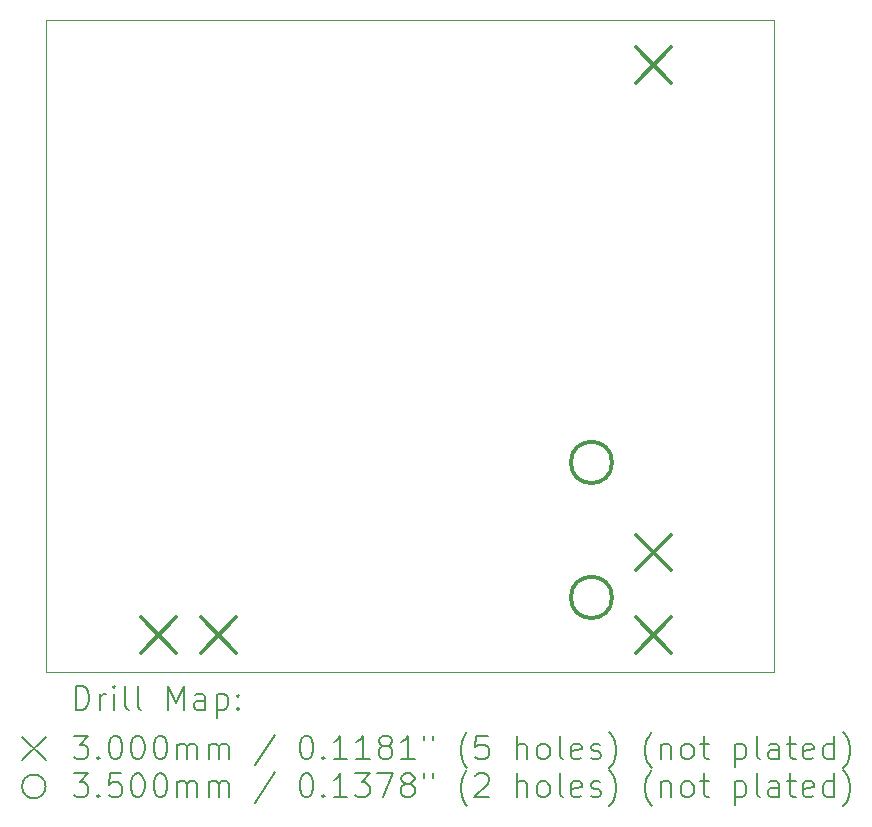
<source format=gbr>
%FSLAX45Y45*%
G04 Gerber Fmt 4.5, Leading zero omitted, Abs format (unit mm)*
G04 Created by KiCad (PCBNEW (6.0.2)) date 2022-02-22 23:30:32*
%MOMM*%
%LPD*%
G01*
G04 APERTURE LIST*
%TA.AperFunction,Profile*%
%ADD10C,0.100000*%
%TD*%
%ADD11C,0.200000*%
%ADD12C,0.300000*%
%ADD13C,0.350000*%
G04 APERTURE END LIST*
D10*
X15748000Y-7175500D02*
X21907500Y-7175500D01*
X15748000Y-1651000D02*
X15748000Y-7175500D01*
X21907500Y-1651000D02*
X15748000Y-1651000D01*
X21907500Y-7175500D02*
X21907500Y-1651000D01*
D11*
D12*
X16550500Y-6708000D02*
X16850500Y-7008000D01*
X16850500Y-6708000D02*
X16550500Y-7008000D01*
X17058500Y-6708000D02*
X17358500Y-7008000D01*
X17358500Y-6708000D02*
X17058500Y-7008000D01*
X20741500Y-1882000D02*
X21041500Y-2182000D01*
X21041500Y-1882000D02*
X20741500Y-2182000D01*
X20741500Y-6009500D02*
X21041500Y-6309500D01*
X21041500Y-6009500D02*
X20741500Y-6309500D01*
X20741500Y-6708000D02*
X21041500Y-7008000D01*
X21041500Y-6708000D02*
X20741500Y-7008000D01*
D13*
X20539500Y-5397500D02*
G75*
G03*
X20539500Y-5397500I-175000J0D01*
G01*
X20539500Y-6540500D02*
G75*
G03*
X20539500Y-6540500I-175000J0D01*
G01*
D11*
X16000619Y-7490976D02*
X16000619Y-7290976D01*
X16048238Y-7290976D01*
X16076809Y-7300500D01*
X16095857Y-7319548D01*
X16105381Y-7338595D01*
X16114905Y-7376690D01*
X16114905Y-7405262D01*
X16105381Y-7443357D01*
X16095857Y-7462405D01*
X16076809Y-7481452D01*
X16048238Y-7490976D01*
X16000619Y-7490976D01*
X16200619Y-7490976D02*
X16200619Y-7357643D01*
X16200619Y-7395738D02*
X16210143Y-7376690D01*
X16219667Y-7367167D01*
X16238714Y-7357643D01*
X16257762Y-7357643D01*
X16324428Y-7490976D02*
X16324428Y-7357643D01*
X16324428Y-7290976D02*
X16314905Y-7300500D01*
X16324428Y-7310024D01*
X16333952Y-7300500D01*
X16324428Y-7290976D01*
X16324428Y-7310024D01*
X16448238Y-7490976D02*
X16429190Y-7481452D01*
X16419667Y-7462405D01*
X16419667Y-7290976D01*
X16553000Y-7490976D02*
X16533952Y-7481452D01*
X16524428Y-7462405D01*
X16524428Y-7290976D01*
X16781571Y-7490976D02*
X16781571Y-7290976D01*
X16848238Y-7433833D01*
X16914905Y-7290976D01*
X16914905Y-7490976D01*
X17095857Y-7490976D02*
X17095857Y-7386214D01*
X17086333Y-7367167D01*
X17067286Y-7357643D01*
X17029190Y-7357643D01*
X17010143Y-7367167D01*
X17095857Y-7481452D02*
X17076810Y-7490976D01*
X17029190Y-7490976D01*
X17010143Y-7481452D01*
X17000619Y-7462405D01*
X17000619Y-7443357D01*
X17010143Y-7424309D01*
X17029190Y-7414786D01*
X17076810Y-7414786D01*
X17095857Y-7405262D01*
X17191095Y-7357643D02*
X17191095Y-7557643D01*
X17191095Y-7367167D02*
X17210143Y-7357643D01*
X17248238Y-7357643D01*
X17267286Y-7367167D01*
X17276810Y-7376690D01*
X17286333Y-7395738D01*
X17286333Y-7452881D01*
X17276810Y-7471928D01*
X17267286Y-7481452D01*
X17248238Y-7490976D01*
X17210143Y-7490976D01*
X17191095Y-7481452D01*
X17372048Y-7471928D02*
X17381571Y-7481452D01*
X17372048Y-7490976D01*
X17362524Y-7481452D01*
X17372048Y-7471928D01*
X17372048Y-7490976D01*
X17372048Y-7367167D02*
X17381571Y-7376690D01*
X17372048Y-7386214D01*
X17362524Y-7376690D01*
X17372048Y-7367167D01*
X17372048Y-7386214D01*
X15543000Y-7720500D02*
X15743000Y-7920500D01*
X15743000Y-7720500D02*
X15543000Y-7920500D01*
X15981571Y-7710976D02*
X16105381Y-7710976D01*
X16038714Y-7787167D01*
X16067286Y-7787167D01*
X16086333Y-7796690D01*
X16095857Y-7806214D01*
X16105381Y-7825262D01*
X16105381Y-7872881D01*
X16095857Y-7891928D01*
X16086333Y-7901452D01*
X16067286Y-7910976D01*
X16010143Y-7910976D01*
X15991095Y-7901452D01*
X15981571Y-7891928D01*
X16191095Y-7891928D02*
X16200619Y-7901452D01*
X16191095Y-7910976D01*
X16181571Y-7901452D01*
X16191095Y-7891928D01*
X16191095Y-7910976D01*
X16324428Y-7710976D02*
X16343476Y-7710976D01*
X16362524Y-7720500D01*
X16372048Y-7730024D01*
X16381571Y-7749071D01*
X16391095Y-7787167D01*
X16391095Y-7834786D01*
X16381571Y-7872881D01*
X16372048Y-7891928D01*
X16362524Y-7901452D01*
X16343476Y-7910976D01*
X16324428Y-7910976D01*
X16305381Y-7901452D01*
X16295857Y-7891928D01*
X16286333Y-7872881D01*
X16276809Y-7834786D01*
X16276809Y-7787167D01*
X16286333Y-7749071D01*
X16295857Y-7730024D01*
X16305381Y-7720500D01*
X16324428Y-7710976D01*
X16514905Y-7710976D02*
X16533952Y-7710976D01*
X16553000Y-7720500D01*
X16562524Y-7730024D01*
X16572048Y-7749071D01*
X16581571Y-7787167D01*
X16581571Y-7834786D01*
X16572048Y-7872881D01*
X16562524Y-7891928D01*
X16553000Y-7901452D01*
X16533952Y-7910976D01*
X16514905Y-7910976D01*
X16495857Y-7901452D01*
X16486333Y-7891928D01*
X16476809Y-7872881D01*
X16467286Y-7834786D01*
X16467286Y-7787167D01*
X16476809Y-7749071D01*
X16486333Y-7730024D01*
X16495857Y-7720500D01*
X16514905Y-7710976D01*
X16705381Y-7710976D02*
X16724428Y-7710976D01*
X16743476Y-7720500D01*
X16753000Y-7730024D01*
X16762524Y-7749071D01*
X16772048Y-7787167D01*
X16772048Y-7834786D01*
X16762524Y-7872881D01*
X16753000Y-7891928D01*
X16743476Y-7901452D01*
X16724428Y-7910976D01*
X16705381Y-7910976D01*
X16686333Y-7901452D01*
X16676809Y-7891928D01*
X16667286Y-7872881D01*
X16657762Y-7834786D01*
X16657762Y-7787167D01*
X16667286Y-7749071D01*
X16676809Y-7730024D01*
X16686333Y-7720500D01*
X16705381Y-7710976D01*
X16857762Y-7910976D02*
X16857762Y-7777643D01*
X16857762Y-7796690D02*
X16867286Y-7787167D01*
X16886333Y-7777643D01*
X16914905Y-7777643D01*
X16933952Y-7787167D01*
X16943476Y-7806214D01*
X16943476Y-7910976D01*
X16943476Y-7806214D02*
X16953000Y-7787167D01*
X16972048Y-7777643D01*
X17000619Y-7777643D01*
X17019667Y-7787167D01*
X17029190Y-7806214D01*
X17029190Y-7910976D01*
X17124429Y-7910976D02*
X17124429Y-7777643D01*
X17124429Y-7796690D02*
X17133952Y-7787167D01*
X17153000Y-7777643D01*
X17181571Y-7777643D01*
X17200619Y-7787167D01*
X17210143Y-7806214D01*
X17210143Y-7910976D01*
X17210143Y-7806214D02*
X17219667Y-7787167D01*
X17238714Y-7777643D01*
X17267286Y-7777643D01*
X17286333Y-7787167D01*
X17295857Y-7806214D01*
X17295857Y-7910976D01*
X17686333Y-7701452D02*
X17514905Y-7958595D01*
X17943476Y-7710976D02*
X17962524Y-7710976D01*
X17981571Y-7720500D01*
X17991095Y-7730024D01*
X18000619Y-7749071D01*
X18010143Y-7787167D01*
X18010143Y-7834786D01*
X18000619Y-7872881D01*
X17991095Y-7891928D01*
X17981571Y-7901452D01*
X17962524Y-7910976D01*
X17943476Y-7910976D01*
X17924429Y-7901452D01*
X17914905Y-7891928D01*
X17905381Y-7872881D01*
X17895857Y-7834786D01*
X17895857Y-7787167D01*
X17905381Y-7749071D01*
X17914905Y-7730024D01*
X17924429Y-7720500D01*
X17943476Y-7710976D01*
X18095857Y-7891928D02*
X18105381Y-7901452D01*
X18095857Y-7910976D01*
X18086333Y-7901452D01*
X18095857Y-7891928D01*
X18095857Y-7910976D01*
X18295857Y-7910976D02*
X18181571Y-7910976D01*
X18238714Y-7910976D02*
X18238714Y-7710976D01*
X18219667Y-7739548D01*
X18200619Y-7758595D01*
X18181571Y-7768119D01*
X18486333Y-7910976D02*
X18372048Y-7910976D01*
X18429190Y-7910976D02*
X18429190Y-7710976D01*
X18410143Y-7739548D01*
X18391095Y-7758595D01*
X18372048Y-7768119D01*
X18600619Y-7796690D02*
X18581571Y-7787167D01*
X18572048Y-7777643D01*
X18562524Y-7758595D01*
X18562524Y-7749071D01*
X18572048Y-7730024D01*
X18581571Y-7720500D01*
X18600619Y-7710976D01*
X18638714Y-7710976D01*
X18657762Y-7720500D01*
X18667286Y-7730024D01*
X18676810Y-7749071D01*
X18676810Y-7758595D01*
X18667286Y-7777643D01*
X18657762Y-7787167D01*
X18638714Y-7796690D01*
X18600619Y-7796690D01*
X18581571Y-7806214D01*
X18572048Y-7815738D01*
X18562524Y-7834786D01*
X18562524Y-7872881D01*
X18572048Y-7891928D01*
X18581571Y-7901452D01*
X18600619Y-7910976D01*
X18638714Y-7910976D01*
X18657762Y-7901452D01*
X18667286Y-7891928D01*
X18676810Y-7872881D01*
X18676810Y-7834786D01*
X18667286Y-7815738D01*
X18657762Y-7806214D01*
X18638714Y-7796690D01*
X18867286Y-7910976D02*
X18753000Y-7910976D01*
X18810143Y-7910976D02*
X18810143Y-7710976D01*
X18791095Y-7739548D01*
X18772048Y-7758595D01*
X18753000Y-7768119D01*
X18943476Y-7710976D02*
X18943476Y-7749071D01*
X19019667Y-7710976D02*
X19019667Y-7749071D01*
X19314905Y-7987167D02*
X19305381Y-7977643D01*
X19286333Y-7949071D01*
X19276810Y-7930024D01*
X19267286Y-7901452D01*
X19257762Y-7853833D01*
X19257762Y-7815738D01*
X19267286Y-7768119D01*
X19276810Y-7739548D01*
X19286333Y-7720500D01*
X19305381Y-7691928D01*
X19314905Y-7682405D01*
X19486333Y-7710976D02*
X19391095Y-7710976D01*
X19381571Y-7806214D01*
X19391095Y-7796690D01*
X19410143Y-7787167D01*
X19457762Y-7787167D01*
X19476810Y-7796690D01*
X19486333Y-7806214D01*
X19495857Y-7825262D01*
X19495857Y-7872881D01*
X19486333Y-7891928D01*
X19476810Y-7901452D01*
X19457762Y-7910976D01*
X19410143Y-7910976D01*
X19391095Y-7901452D01*
X19381571Y-7891928D01*
X19733952Y-7910976D02*
X19733952Y-7710976D01*
X19819667Y-7910976D02*
X19819667Y-7806214D01*
X19810143Y-7787167D01*
X19791095Y-7777643D01*
X19762524Y-7777643D01*
X19743476Y-7787167D01*
X19733952Y-7796690D01*
X19943476Y-7910976D02*
X19924429Y-7901452D01*
X19914905Y-7891928D01*
X19905381Y-7872881D01*
X19905381Y-7815738D01*
X19914905Y-7796690D01*
X19924429Y-7787167D01*
X19943476Y-7777643D01*
X19972048Y-7777643D01*
X19991095Y-7787167D01*
X20000619Y-7796690D01*
X20010143Y-7815738D01*
X20010143Y-7872881D01*
X20000619Y-7891928D01*
X19991095Y-7901452D01*
X19972048Y-7910976D01*
X19943476Y-7910976D01*
X20124429Y-7910976D02*
X20105381Y-7901452D01*
X20095857Y-7882405D01*
X20095857Y-7710976D01*
X20276810Y-7901452D02*
X20257762Y-7910976D01*
X20219667Y-7910976D01*
X20200619Y-7901452D01*
X20191095Y-7882405D01*
X20191095Y-7806214D01*
X20200619Y-7787167D01*
X20219667Y-7777643D01*
X20257762Y-7777643D01*
X20276810Y-7787167D01*
X20286333Y-7806214D01*
X20286333Y-7825262D01*
X20191095Y-7844309D01*
X20362524Y-7901452D02*
X20381571Y-7910976D01*
X20419667Y-7910976D01*
X20438714Y-7901452D01*
X20448238Y-7882405D01*
X20448238Y-7872881D01*
X20438714Y-7853833D01*
X20419667Y-7844309D01*
X20391095Y-7844309D01*
X20372048Y-7834786D01*
X20362524Y-7815738D01*
X20362524Y-7806214D01*
X20372048Y-7787167D01*
X20391095Y-7777643D01*
X20419667Y-7777643D01*
X20438714Y-7787167D01*
X20514905Y-7987167D02*
X20524429Y-7977643D01*
X20543476Y-7949071D01*
X20553000Y-7930024D01*
X20562524Y-7901452D01*
X20572048Y-7853833D01*
X20572048Y-7815738D01*
X20562524Y-7768119D01*
X20553000Y-7739548D01*
X20543476Y-7720500D01*
X20524429Y-7691928D01*
X20514905Y-7682405D01*
X20876810Y-7987167D02*
X20867286Y-7977643D01*
X20848238Y-7949071D01*
X20838714Y-7930024D01*
X20829190Y-7901452D01*
X20819667Y-7853833D01*
X20819667Y-7815738D01*
X20829190Y-7768119D01*
X20838714Y-7739548D01*
X20848238Y-7720500D01*
X20867286Y-7691928D01*
X20876810Y-7682405D01*
X20953000Y-7777643D02*
X20953000Y-7910976D01*
X20953000Y-7796690D02*
X20962524Y-7787167D01*
X20981571Y-7777643D01*
X21010143Y-7777643D01*
X21029190Y-7787167D01*
X21038714Y-7806214D01*
X21038714Y-7910976D01*
X21162524Y-7910976D02*
X21143476Y-7901452D01*
X21133952Y-7891928D01*
X21124429Y-7872881D01*
X21124429Y-7815738D01*
X21133952Y-7796690D01*
X21143476Y-7787167D01*
X21162524Y-7777643D01*
X21191095Y-7777643D01*
X21210143Y-7787167D01*
X21219667Y-7796690D01*
X21229190Y-7815738D01*
X21229190Y-7872881D01*
X21219667Y-7891928D01*
X21210143Y-7901452D01*
X21191095Y-7910976D01*
X21162524Y-7910976D01*
X21286333Y-7777643D02*
X21362524Y-7777643D01*
X21314905Y-7710976D02*
X21314905Y-7882405D01*
X21324429Y-7901452D01*
X21343476Y-7910976D01*
X21362524Y-7910976D01*
X21581571Y-7777643D02*
X21581571Y-7977643D01*
X21581571Y-7787167D02*
X21600619Y-7777643D01*
X21638714Y-7777643D01*
X21657762Y-7787167D01*
X21667286Y-7796690D01*
X21676810Y-7815738D01*
X21676810Y-7872881D01*
X21667286Y-7891928D01*
X21657762Y-7901452D01*
X21638714Y-7910976D01*
X21600619Y-7910976D01*
X21581571Y-7901452D01*
X21791095Y-7910976D02*
X21772048Y-7901452D01*
X21762524Y-7882405D01*
X21762524Y-7710976D01*
X21953000Y-7910976D02*
X21953000Y-7806214D01*
X21943476Y-7787167D01*
X21924429Y-7777643D01*
X21886333Y-7777643D01*
X21867286Y-7787167D01*
X21953000Y-7901452D02*
X21933952Y-7910976D01*
X21886333Y-7910976D01*
X21867286Y-7901452D01*
X21857762Y-7882405D01*
X21857762Y-7863357D01*
X21867286Y-7844309D01*
X21886333Y-7834786D01*
X21933952Y-7834786D01*
X21953000Y-7825262D01*
X22019667Y-7777643D02*
X22095857Y-7777643D01*
X22048238Y-7710976D02*
X22048238Y-7882405D01*
X22057762Y-7901452D01*
X22076810Y-7910976D01*
X22095857Y-7910976D01*
X22238714Y-7901452D02*
X22219667Y-7910976D01*
X22181571Y-7910976D01*
X22162524Y-7901452D01*
X22153000Y-7882405D01*
X22153000Y-7806214D01*
X22162524Y-7787167D01*
X22181571Y-7777643D01*
X22219667Y-7777643D01*
X22238714Y-7787167D01*
X22248238Y-7806214D01*
X22248238Y-7825262D01*
X22153000Y-7844309D01*
X22419667Y-7910976D02*
X22419667Y-7710976D01*
X22419667Y-7901452D02*
X22400619Y-7910976D01*
X22362524Y-7910976D01*
X22343476Y-7901452D01*
X22333952Y-7891928D01*
X22324429Y-7872881D01*
X22324429Y-7815738D01*
X22333952Y-7796690D01*
X22343476Y-7787167D01*
X22362524Y-7777643D01*
X22400619Y-7777643D01*
X22419667Y-7787167D01*
X22495857Y-7987167D02*
X22505381Y-7977643D01*
X22524428Y-7949071D01*
X22533952Y-7930024D01*
X22543476Y-7901452D01*
X22553000Y-7853833D01*
X22553000Y-7815738D01*
X22543476Y-7768119D01*
X22533952Y-7739548D01*
X22524428Y-7720500D01*
X22505381Y-7691928D01*
X22495857Y-7682405D01*
X15743000Y-8140500D02*
G75*
G03*
X15743000Y-8140500I-100000J0D01*
G01*
X15981571Y-8030976D02*
X16105381Y-8030976D01*
X16038714Y-8107167D01*
X16067286Y-8107167D01*
X16086333Y-8116690D01*
X16095857Y-8126214D01*
X16105381Y-8145262D01*
X16105381Y-8192881D01*
X16095857Y-8211928D01*
X16086333Y-8221452D01*
X16067286Y-8230976D01*
X16010143Y-8230976D01*
X15991095Y-8221452D01*
X15981571Y-8211928D01*
X16191095Y-8211928D02*
X16200619Y-8221452D01*
X16191095Y-8230976D01*
X16181571Y-8221452D01*
X16191095Y-8211928D01*
X16191095Y-8230976D01*
X16381571Y-8030976D02*
X16286333Y-8030976D01*
X16276809Y-8126214D01*
X16286333Y-8116690D01*
X16305381Y-8107167D01*
X16353000Y-8107167D01*
X16372048Y-8116690D01*
X16381571Y-8126214D01*
X16391095Y-8145262D01*
X16391095Y-8192881D01*
X16381571Y-8211928D01*
X16372048Y-8221452D01*
X16353000Y-8230976D01*
X16305381Y-8230976D01*
X16286333Y-8221452D01*
X16276809Y-8211928D01*
X16514905Y-8030976D02*
X16533952Y-8030976D01*
X16553000Y-8040500D01*
X16562524Y-8050024D01*
X16572048Y-8069071D01*
X16581571Y-8107167D01*
X16581571Y-8154786D01*
X16572048Y-8192881D01*
X16562524Y-8211928D01*
X16553000Y-8221452D01*
X16533952Y-8230976D01*
X16514905Y-8230976D01*
X16495857Y-8221452D01*
X16486333Y-8211928D01*
X16476809Y-8192881D01*
X16467286Y-8154786D01*
X16467286Y-8107167D01*
X16476809Y-8069071D01*
X16486333Y-8050024D01*
X16495857Y-8040500D01*
X16514905Y-8030976D01*
X16705381Y-8030976D02*
X16724428Y-8030976D01*
X16743476Y-8040500D01*
X16753000Y-8050024D01*
X16762524Y-8069071D01*
X16772048Y-8107167D01*
X16772048Y-8154786D01*
X16762524Y-8192881D01*
X16753000Y-8211928D01*
X16743476Y-8221452D01*
X16724428Y-8230976D01*
X16705381Y-8230976D01*
X16686333Y-8221452D01*
X16676809Y-8211928D01*
X16667286Y-8192881D01*
X16657762Y-8154786D01*
X16657762Y-8107167D01*
X16667286Y-8069071D01*
X16676809Y-8050024D01*
X16686333Y-8040500D01*
X16705381Y-8030976D01*
X16857762Y-8230976D02*
X16857762Y-8097643D01*
X16857762Y-8116690D02*
X16867286Y-8107167D01*
X16886333Y-8097643D01*
X16914905Y-8097643D01*
X16933952Y-8107167D01*
X16943476Y-8126214D01*
X16943476Y-8230976D01*
X16943476Y-8126214D02*
X16953000Y-8107167D01*
X16972048Y-8097643D01*
X17000619Y-8097643D01*
X17019667Y-8107167D01*
X17029190Y-8126214D01*
X17029190Y-8230976D01*
X17124429Y-8230976D02*
X17124429Y-8097643D01*
X17124429Y-8116690D02*
X17133952Y-8107167D01*
X17153000Y-8097643D01*
X17181571Y-8097643D01*
X17200619Y-8107167D01*
X17210143Y-8126214D01*
X17210143Y-8230976D01*
X17210143Y-8126214D02*
X17219667Y-8107167D01*
X17238714Y-8097643D01*
X17267286Y-8097643D01*
X17286333Y-8107167D01*
X17295857Y-8126214D01*
X17295857Y-8230976D01*
X17686333Y-8021452D02*
X17514905Y-8278595D01*
X17943476Y-8030976D02*
X17962524Y-8030976D01*
X17981571Y-8040500D01*
X17991095Y-8050024D01*
X18000619Y-8069071D01*
X18010143Y-8107167D01*
X18010143Y-8154786D01*
X18000619Y-8192881D01*
X17991095Y-8211928D01*
X17981571Y-8221452D01*
X17962524Y-8230976D01*
X17943476Y-8230976D01*
X17924429Y-8221452D01*
X17914905Y-8211928D01*
X17905381Y-8192881D01*
X17895857Y-8154786D01*
X17895857Y-8107167D01*
X17905381Y-8069071D01*
X17914905Y-8050024D01*
X17924429Y-8040500D01*
X17943476Y-8030976D01*
X18095857Y-8211928D02*
X18105381Y-8221452D01*
X18095857Y-8230976D01*
X18086333Y-8221452D01*
X18095857Y-8211928D01*
X18095857Y-8230976D01*
X18295857Y-8230976D02*
X18181571Y-8230976D01*
X18238714Y-8230976D02*
X18238714Y-8030976D01*
X18219667Y-8059548D01*
X18200619Y-8078595D01*
X18181571Y-8088119D01*
X18362524Y-8030976D02*
X18486333Y-8030976D01*
X18419667Y-8107167D01*
X18448238Y-8107167D01*
X18467286Y-8116690D01*
X18476810Y-8126214D01*
X18486333Y-8145262D01*
X18486333Y-8192881D01*
X18476810Y-8211928D01*
X18467286Y-8221452D01*
X18448238Y-8230976D01*
X18391095Y-8230976D01*
X18372048Y-8221452D01*
X18362524Y-8211928D01*
X18553000Y-8030976D02*
X18686333Y-8030976D01*
X18600619Y-8230976D01*
X18791095Y-8116690D02*
X18772048Y-8107167D01*
X18762524Y-8097643D01*
X18753000Y-8078595D01*
X18753000Y-8069071D01*
X18762524Y-8050024D01*
X18772048Y-8040500D01*
X18791095Y-8030976D01*
X18829190Y-8030976D01*
X18848238Y-8040500D01*
X18857762Y-8050024D01*
X18867286Y-8069071D01*
X18867286Y-8078595D01*
X18857762Y-8097643D01*
X18848238Y-8107167D01*
X18829190Y-8116690D01*
X18791095Y-8116690D01*
X18772048Y-8126214D01*
X18762524Y-8135738D01*
X18753000Y-8154786D01*
X18753000Y-8192881D01*
X18762524Y-8211928D01*
X18772048Y-8221452D01*
X18791095Y-8230976D01*
X18829190Y-8230976D01*
X18848238Y-8221452D01*
X18857762Y-8211928D01*
X18867286Y-8192881D01*
X18867286Y-8154786D01*
X18857762Y-8135738D01*
X18848238Y-8126214D01*
X18829190Y-8116690D01*
X18943476Y-8030976D02*
X18943476Y-8069071D01*
X19019667Y-8030976D02*
X19019667Y-8069071D01*
X19314905Y-8307167D02*
X19305381Y-8297643D01*
X19286333Y-8269071D01*
X19276810Y-8250024D01*
X19267286Y-8221452D01*
X19257762Y-8173833D01*
X19257762Y-8135738D01*
X19267286Y-8088119D01*
X19276810Y-8059548D01*
X19286333Y-8040500D01*
X19305381Y-8011928D01*
X19314905Y-8002405D01*
X19381571Y-8050024D02*
X19391095Y-8040500D01*
X19410143Y-8030976D01*
X19457762Y-8030976D01*
X19476810Y-8040500D01*
X19486333Y-8050024D01*
X19495857Y-8069071D01*
X19495857Y-8088119D01*
X19486333Y-8116690D01*
X19372048Y-8230976D01*
X19495857Y-8230976D01*
X19733952Y-8230976D02*
X19733952Y-8030976D01*
X19819667Y-8230976D02*
X19819667Y-8126214D01*
X19810143Y-8107167D01*
X19791095Y-8097643D01*
X19762524Y-8097643D01*
X19743476Y-8107167D01*
X19733952Y-8116690D01*
X19943476Y-8230976D02*
X19924429Y-8221452D01*
X19914905Y-8211928D01*
X19905381Y-8192881D01*
X19905381Y-8135738D01*
X19914905Y-8116690D01*
X19924429Y-8107167D01*
X19943476Y-8097643D01*
X19972048Y-8097643D01*
X19991095Y-8107167D01*
X20000619Y-8116690D01*
X20010143Y-8135738D01*
X20010143Y-8192881D01*
X20000619Y-8211928D01*
X19991095Y-8221452D01*
X19972048Y-8230976D01*
X19943476Y-8230976D01*
X20124429Y-8230976D02*
X20105381Y-8221452D01*
X20095857Y-8202405D01*
X20095857Y-8030976D01*
X20276810Y-8221452D02*
X20257762Y-8230976D01*
X20219667Y-8230976D01*
X20200619Y-8221452D01*
X20191095Y-8202405D01*
X20191095Y-8126214D01*
X20200619Y-8107167D01*
X20219667Y-8097643D01*
X20257762Y-8097643D01*
X20276810Y-8107167D01*
X20286333Y-8126214D01*
X20286333Y-8145262D01*
X20191095Y-8164309D01*
X20362524Y-8221452D02*
X20381571Y-8230976D01*
X20419667Y-8230976D01*
X20438714Y-8221452D01*
X20448238Y-8202405D01*
X20448238Y-8192881D01*
X20438714Y-8173833D01*
X20419667Y-8164309D01*
X20391095Y-8164309D01*
X20372048Y-8154786D01*
X20362524Y-8135738D01*
X20362524Y-8126214D01*
X20372048Y-8107167D01*
X20391095Y-8097643D01*
X20419667Y-8097643D01*
X20438714Y-8107167D01*
X20514905Y-8307167D02*
X20524429Y-8297643D01*
X20543476Y-8269071D01*
X20553000Y-8250024D01*
X20562524Y-8221452D01*
X20572048Y-8173833D01*
X20572048Y-8135738D01*
X20562524Y-8088119D01*
X20553000Y-8059548D01*
X20543476Y-8040500D01*
X20524429Y-8011928D01*
X20514905Y-8002405D01*
X20876810Y-8307167D02*
X20867286Y-8297643D01*
X20848238Y-8269071D01*
X20838714Y-8250024D01*
X20829190Y-8221452D01*
X20819667Y-8173833D01*
X20819667Y-8135738D01*
X20829190Y-8088119D01*
X20838714Y-8059548D01*
X20848238Y-8040500D01*
X20867286Y-8011928D01*
X20876810Y-8002405D01*
X20953000Y-8097643D02*
X20953000Y-8230976D01*
X20953000Y-8116690D02*
X20962524Y-8107167D01*
X20981571Y-8097643D01*
X21010143Y-8097643D01*
X21029190Y-8107167D01*
X21038714Y-8126214D01*
X21038714Y-8230976D01*
X21162524Y-8230976D02*
X21143476Y-8221452D01*
X21133952Y-8211928D01*
X21124429Y-8192881D01*
X21124429Y-8135738D01*
X21133952Y-8116690D01*
X21143476Y-8107167D01*
X21162524Y-8097643D01*
X21191095Y-8097643D01*
X21210143Y-8107167D01*
X21219667Y-8116690D01*
X21229190Y-8135738D01*
X21229190Y-8192881D01*
X21219667Y-8211928D01*
X21210143Y-8221452D01*
X21191095Y-8230976D01*
X21162524Y-8230976D01*
X21286333Y-8097643D02*
X21362524Y-8097643D01*
X21314905Y-8030976D02*
X21314905Y-8202405D01*
X21324429Y-8221452D01*
X21343476Y-8230976D01*
X21362524Y-8230976D01*
X21581571Y-8097643D02*
X21581571Y-8297643D01*
X21581571Y-8107167D02*
X21600619Y-8097643D01*
X21638714Y-8097643D01*
X21657762Y-8107167D01*
X21667286Y-8116690D01*
X21676810Y-8135738D01*
X21676810Y-8192881D01*
X21667286Y-8211928D01*
X21657762Y-8221452D01*
X21638714Y-8230976D01*
X21600619Y-8230976D01*
X21581571Y-8221452D01*
X21791095Y-8230976D02*
X21772048Y-8221452D01*
X21762524Y-8202405D01*
X21762524Y-8030976D01*
X21953000Y-8230976D02*
X21953000Y-8126214D01*
X21943476Y-8107167D01*
X21924429Y-8097643D01*
X21886333Y-8097643D01*
X21867286Y-8107167D01*
X21953000Y-8221452D02*
X21933952Y-8230976D01*
X21886333Y-8230976D01*
X21867286Y-8221452D01*
X21857762Y-8202405D01*
X21857762Y-8183357D01*
X21867286Y-8164309D01*
X21886333Y-8154786D01*
X21933952Y-8154786D01*
X21953000Y-8145262D01*
X22019667Y-8097643D02*
X22095857Y-8097643D01*
X22048238Y-8030976D02*
X22048238Y-8202405D01*
X22057762Y-8221452D01*
X22076810Y-8230976D01*
X22095857Y-8230976D01*
X22238714Y-8221452D02*
X22219667Y-8230976D01*
X22181571Y-8230976D01*
X22162524Y-8221452D01*
X22153000Y-8202405D01*
X22153000Y-8126214D01*
X22162524Y-8107167D01*
X22181571Y-8097643D01*
X22219667Y-8097643D01*
X22238714Y-8107167D01*
X22248238Y-8126214D01*
X22248238Y-8145262D01*
X22153000Y-8164309D01*
X22419667Y-8230976D02*
X22419667Y-8030976D01*
X22419667Y-8221452D02*
X22400619Y-8230976D01*
X22362524Y-8230976D01*
X22343476Y-8221452D01*
X22333952Y-8211928D01*
X22324429Y-8192881D01*
X22324429Y-8135738D01*
X22333952Y-8116690D01*
X22343476Y-8107167D01*
X22362524Y-8097643D01*
X22400619Y-8097643D01*
X22419667Y-8107167D01*
X22495857Y-8307167D02*
X22505381Y-8297643D01*
X22524428Y-8269071D01*
X22533952Y-8250024D01*
X22543476Y-8221452D01*
X22553000Y-8173833D01*
X22553000Y-8135738D01*
X22543476Y-8088119D01*
X22533952Y-8059548D01*
X22524428Y-8040500D01*
X22505381Y-8011928D01*
X22495857Y-8002405D01*
M02*

</source>
